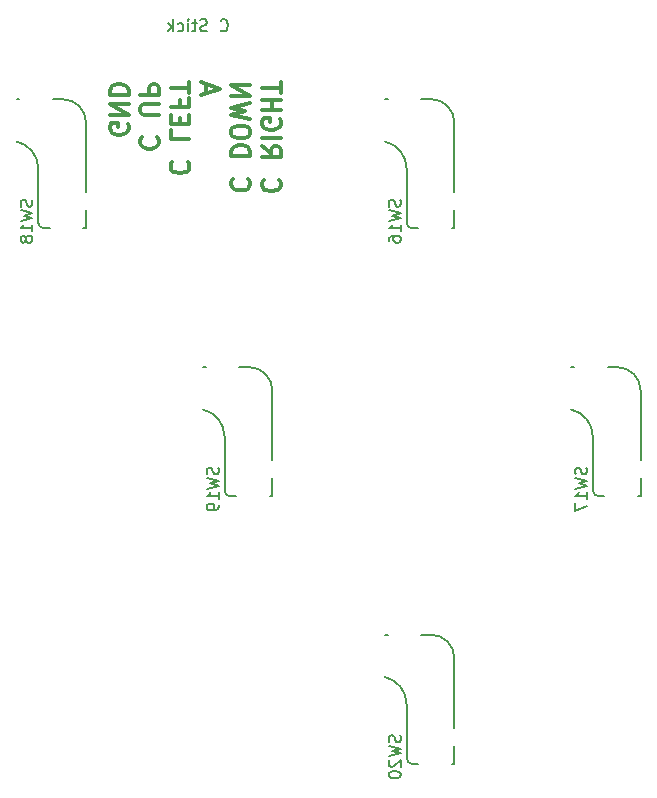
<source format=gbr>
%TF.GenerationSoftware,KiCad,Pcbnew,(6.0.7)*%
%TF.CreationDate,2023-01-05T19:36:49-06:00*%
%TF.ProjectId,OpenRectangle,4f70656e-5265-4637-9461-6e676c652e6b,rev?*%
%TF.SameCoordinates,Original*%
%TF.FileFunction,Legend,Bot*%
%TF.FilePolarity,Positive*%
%FSLAX46Y46*%
G04 Gerber Fmt 4.6, Leading zero omitted, Abs format (unit mm)*
G04 Created by KiCad (PCBNEW (6.0.7)) date 2023-01-05 19:36:49*
%MOMM*%
%LPD*%
G01*
G04 APERTURE LIST*
%ADD10C,0.300000*%
%ADD11C,0.150000*%
G04 APERTURE END LIST*
D10*
X288728671Y-42546552D02*
X288652480Y-42622742D01*
X288576290Y-42851314D01*
X288576290Y-43003695D01*
X288652480Y-43232266D01*
X288804861Y-43384647D01*
X288957242Y-43460838D01*
X289262004Y-43537028D01*
X289490576Y-43537028D01*
X289795338Y-43460838D01*
X289947719Y-43384647D01*
X290100100Y-43232266D01*
X290176290Y-43003695D01*
X290176290Y-42851314D01*
X290100100Y-42622742D01*
X290023909Y-42546552D01*
X288576290Y-39727504D02*
X289338195Y-40260838D01*
X288576290Y-40641790D02*
X290176290Y-40641790D01*
X290176290Y-40032266D01*
X290100100Y-39879885D01*
X290023909Y-39803695D01*
X289871528Y-39727504D01*
X289642957Y-39727504D01*
X289490576Y-39803695D01*
X289414385Y-39879885D01*
X289338195Y-40032266D01*
X289338195Y-40641790D01*
X288576290Y-39041790D02*
X290176290Y-39041790D01*
X290100100Y-37441790D02*
X290176290Y-37594171D01*
X290176290Y-37822742D01*
X290100100Y-38051314D01*
X289947719Y-38203695D01*
X289795338Y-38279885D01*
X289490576Y-38356076D01*
X289262004Y-38356076D01*
X288957242Y-38279885D01*
X288804861Y-38203695D01*
X288652480Y-38051314D01*
X288576290Y-37822742D01*
X288576290Y-37670361D01*
X288652480Y-37441790D01*
X288728671Y-37365600D01*
X289262004Y-37365600D01*
X289262004Y-37670361D01*
X288576290Y-36679885D02*
X290176290Y-36679885D01*
X289414385Y-36679885D02*
X289414385Y-35765600D01*
X288576290Y-35765600D02*
X290176290Y-35765600D01*
X290176290Y-35232266D02*
X290176290Y-34317980D01*
X288576290Y-34775123D02*
X290176290Y-34775123D01*
X286152671Y-42470361D02*
X286076480Y-42546552D01*
X286000290Y-42775123D01*
X286000290Y-42927504D01*
X286076480Y-43156076D01*
X286228861Y-43308457D01*
X286381242Y-43384647D01*
X286686004Y-43460838D01*
X286914576Y-43460838D01*
X287219338Y-43384647D01*
X287371719Y-43308457D01*
X287524100Y-43156076D01*
X287600290Y-42927504D01*
X287600290Y-42775123D01*
X287524100Y-42546552D01*
X287447909Y-42470361D01*
X286000290Y-40565600D02*
X287600290Y-40565600D01*
X287600290Y-40184647D01*
X287524100Y-39956076D01*
X287371719Y-39803695D01*
X287219338Y-39727504D01*
X286914576Y-39651314D01*
X286686004Y-39651314D01*
X286381242Y-39727504D01*
X286228861Y-39803695D01*
X286076480Y-39956076D01*
X286000290Y-40184647D01*
X286000290Y-40565600D01*
X287600290Y-38660838D02*
X287600290Y-38356076D01*
X287524100Y-38203695D01*
X287371719Y-38051314D01*
X287066957Y-37975123D01*
X286533623Y-37975123D01*
X286228861Y-38051314D01*
X286076480Y-38203695D01*
X286000290Y-38356076D01*
X286000290Y-38660838D01*
X286076480Y-38813219D01*
X286228861Y-38965600D01*
X286533623Y-39041790D01*
X287066957Y-39041790D01*
X287371719Y-38965600D01*
X287524100Y-38813219D01*
X287600290Y-38660838D01*
X287600290Y-37441790D02*
X286000290Y-37060838D01*
X287143147Y-36756076D01*
X286000290Y-36451314D01*
X287600290Y-36070361D01*
X286000290Y-35460838D02*
X287600290Y-35460838D01*
X286000290Y-34546552D01*
X287600290Y-34546552D01*
X283881433Y-35232266D02*
X283881433Y-34470361D01*
X283424290Y-35384647D02*
X285024290Y-34851314D01*
X283424290Y-34317980D01*
X281000671Y-41022742D02*
X280924480Y-41098933D01*
X280848290Y-41327504D01*
X280848290Y-41479885D01*
X280924480Y-41708457D01*
X281076861Y-41860838D01*
X281229242Y-41937028D01*
X281534004Y-42013219D01*
X281762576Y-42013219D01*
X282067338Y-41937028D01*
X282219719Y-41860838D01*
X282372100Y-41708457D01*
X282448290Y-41479885D01*
X282448290Y-41327504D01*
X282372100Y-41098933D01*
X282295909Y-41022742D01*
X280848290Y-38356076D02*
X280848290Y-39117980D01*
X282448290Y-39117980D01*
X281686385Y-37822742D02*
X281686385Y-37289409D01*
X280848290Y-37060838D02*
X280848290Y-37822742D01*
X282448290Y-37822742D01*
X282448290Y-37060838D01*
X281686385Y-35841790D02*
X281686385Y-36375123D01*
X280848290Y-36375123D02*
X282448290Y-36375123D01*
X282448290Y-35613219D01*
X282448290Y-35232266D02*
X282448290Y-34317980D01*
X280848290Y-34775123D02*
X282448290Y-34775123D01*
X278424671Y-38965600D02*
X278348480Y-39041790D01*
X278272290Y-39270361D01*
X278272290Y-39422742D01*
X278348480Y-39651314D01*
X278500861Y-39803695D01*
X278653242Y-39879885D01*
X278958004Y-39956076D01*
X279186576Y-39956076D01*
X279491338Y-39879885D01*
X279643719Y-39803695D01*
X279796100Y-39651314D01*
X279872290Y-39422742D01*
X279872290Y-39270361D01*
X279796100Y-39041790D01*
X279719909Y-38965600D01*
X279872290Y-37060838D02*
X278577052Y-37060838D01*
X278424671Y-36984647D01*
X278348480Y-36908457D01*
X278272290Y-36756076D01*
X278272290Y-36451314D01*
X278348480Y-36298933D01*
X278424671Y-36222742D01*
X278577052Y-36146552D01*
X279872290Y-36146552D01*
X278272290Y-35384647D02*
X279872290Y-35384647D01*
X279872290Y-34775123D01*
X279796100Y-34622742D01*
X279719909Y-34546552D01*
X279567528Y-34470361D01*
X279338957Y-34470361D01*
X279186576Y-34546552D01*
X279110385Y-34622742D01*
X279034195Y-34775123D01*
X279034195Y-35384647D01*
X277220100Y-37822742D02*
X277296290Y-37975123D01*
X277296290Y-38203695D01*
X277220100Y-38432266D01*
X277067719Y-38584647D01*
X276915338Y-38660838D01*
X276610576Y-38737028D01*
X276382004Y-38737028D01*
X276077242Y-38660838D01*
X275924861Y-38584647D01*
X275772480Y-38432266D01*
X275696290Y-38203695D01*
X275696290Y-38051314D01*
X275772480Y-37822742D01*
X275848671Y-37746552D01*
X276382004Y-37746552D01*
X276382004Y-38051314D01*
X275696290Y-37060838D02*
X277296290Y-37060838D01*
X275696290Y-36146552D01*
X277296290Y-36146552D01*
X275696290Y-35384647D02*
X277296290Y-35384647D01*
X277296290Y-35003695D01*
X277220100Y-34775123D01*
X277067719Y-34622742D01*
X276915338Y-34546552D01*
X276610576Y-34470361D01*
X276382004Y-34470361D01*
X276077242Y-34546552D01*
X275924861Y-34622742D01*
X275772480Y-34775123D01*
X275696290Y-35003695D01*
X275696290Y-35384647D01*
D11*
%TO.C,SW18*%
X269106995Y-44249576D02*
X269154614Y-44392433D01*
X269154614Y-44630528D01*
X269106995Y-44725766D01*
X269059376Y-44773385D01*
X268964138Y-44821004D01*
X268868900Y-44821004D01*
X268773662Y-44773385D01*
X268726043Y-44725766D01*
X268678424Y-44630528D01*
X268630805Y-44440052D01*
X268583186Y-44344814D01*
X268535567Y-44297195D01*
X268440329Y-44249576D01*
X268345091Y-44249576D01*
X268249853Y-44297195D01*
X268202234Y-44344814D01*
X268154614Y-44440052D01*
X268154614Y-44678147D01*
X268202234Y-44821004D01*
X268154614Y-45154338D02*
X269154614Y-45392433D01*
X268440329Y-45582909D01*
X269154614Y-45773385D01*
X268154614Y-46011480D01*
X269154614Y-46916242D02*
X269154614Y-46344814D01*
X269154614Y-46630528D02*
X268154614Y-46630528D01*
X268297472Y-46535290D01*
X268392710Y-46440052D01*
X268440329Y-46344814D01*
X268583186Y-47487671D02*
X268535567Y-47392433D01*
X268487948Y-47344814D01*
X268392710Y-47297195D01*
X268345091Y-47297195D01*
X268249853Y-47344814D01*
X268202234Y-47392433D01*
X268154614Y-47487671D01*
X268154614Y-47678147D01*
X268202234Y-47773385D01*
X268249853Y-47821004D01*
X268345091Y-47868623D01*
X268392710Y-47868623D01*
X268487948Y-47821004D01*
X268535567Y-47773385D01*
X268583186Y-47678147D01*
X268583186Y-47487671D01*
X268630805Y-47392433D01*
X268678424Y-47344814D01*
X268773662Y-47297195D01*
X268964138Y-47297195D01*
X269059376Y-47344814D01*
X269106995Y-47392433D01*
X269154614Y-47487671D01*
X269154614Y-47678147D01*
X269106995Y-47773385D01*
X269059376Y-47821004D01*
X268964138Y-47868623D01*
X268773662Y-47868623D01*
X268678424Y-47821004D01*
X268630805Y-47773385D01*
X268583186Y-47678147D01*
%TO.C,SW16*%
X300291995Y-44249576D02*
X300339614Y-44392433D01*
X300339614Y-44630528D01*
X300291995Y-44725766D01*
X300244376Y-44773385D01*
X300149138Y-44821004D01*
X300053900Y-44821004D01*
X299958662Y-44773385D01*
X299911043Y-44725766D01*
X299863424Y-44630528D01*
X299815805Y-44440052D01*
X299768186Y-44344814D01*
X299720567Y-44297195D01*
X299625329Y-44249576D01*
X299530091Y-44249576D01*
X299434853Y-44297195D01*
X299387234Y-44344814D01*
X299339614Y-44440052D01*
X299339614Y-44678147D01*
X299387234Y-44821004D01*
X299339614Y-45154338D02*
X300339614Y-45392433D01*
X299625329Y-45582909D01*
X300339614Y-45773385D01*
X299339614Y-46011480D01*
X300339614Y-46916242D02*
X300339614Y-46344814D01*
X300339614Y-46630528D02*
X299339614Y-46630528D01*
X299482472Y-46535290D01*
X299577710Y-46440052D01*
X299625329Y-46344814D01*
X299339614Y-47773385D02*
X299339614Y-47582909D01*
X299387234Y-47487671D01*
X299434853Y-47440052D01*
X299577710Y-47344814D01*
X299768186Y-47297195D01*
X300149138Y-47297195D01*
X300244376Y-47344814D01*
X300291995Y-47392433D01*
X300339614Y-47487671D01*
X300339614Y-47678147D01*
X300291995Y-47773385D01*
X300244376Y-47821004D01*
X300149138Y-47868623D01*
X299911043Y-47868623D01*
X299815805Y-47821004D01*
X299768186Y-47773385D01*
X299720567Y-47678147D01*
X299720567Y-47487671D01*
X299768186Y-47392433D01*
X299815805Y-47344814D01*
X299911043Y-47297195D01*
%TO.C,SW17*%
X316061995Y-66936576D02*
X316109614Y-67079433D01*
X316109614Y-67317528D01*
X316061995Y-67412766D01*
X316014376Y-67460385D01*
X315919138Y-67508004D01*
X315823900Y-67508004D01*
X315728662Y-67460385D01*
X315681043Y-67412766D01*
X315633424Y-67317528D01*
X315585805Y-67127052D01*
X315538186Y-67031814D01*
X315490567Y-66984195D01*
X315395329Y-66936576D01*
X315300091Y-66936576D01*
X315204853Y-66984195D01*
X315157234Y-67031814D01*
X315109614Y-67127052D01*
X315109614Y-67365147D01*
X315157234Y-67508004D01*
X315109614Y-67841338D02*
X316109614Y-68079433D01*
X315395329Y-68269909D01*
X316109614Y-68460385D01*
X315109614Y-68698480D01*
X316109614Y-69603242D02*
X316109614Y-69031814D01*
X316109614Y-69317528D02*
X315109614Y-69317528D01*
X315252472Y-69222290D01*
X315347710Y-69127052D01*
X315395329Y-69031814D01*
X315109614Y-69936576D02*
X315109614Y-70603242D01*
X316109614Y-70174671D01*
%TO.C,J4*%
X285084861Y-29887742D02*
X285132480Y-29935361D01*
X285275338Y-29982980D01*
X285370576Y-29982980D01*
X285513433Y-29935361D01*
X285608671Y-29840123D01*
X285656290Y-29744885D01*
X285703909Y-29554409D01*
X285703909Y-29411552D01*
X285656290Y-29221076D01*
X285608671Y-29125838D01*
X285513433Y-29030600D01*
X285370576Y-28982980D01*
X285275338Y-28982980D01*
X285132480Y-29030600D01*
X285084861Y-29078219D01*
X283942004Y-29935361D02*
X283799147Y-29982980D01*
X283561052Y-29982980D01*
X283465814Y-29935361D01*
X283418195Y-29887742D01*
X283370576Y-29792504D01*
X283370576Y-29697266D01*
X283418195Y-29602028D01*
X283465814Y-29554409D01*
X283561052Y-29506790D01*
X283751528Y-29459171D01*
X283846766Y-29411552D01*
X283894385Y-29363933D01*
X283942004Y-29268695D01*
X283942004Y-29173457D01*
X283894385Y-29078219D01*
X283846766Y-29030600D01*
X283751528Y-28982980D01*
X283513433Y-28982980D01*
X283370576Y-29030600D01*
X283084861Y-29316314D02*
X282703909Y-29316314D01*
X282942004Y-28982980D02*
X282942004Y-29840123D01*
X282894385Y-29935361D01*
X282799147Y-29982980D01*
X282703909Y-29982980D01*
X282370576Y-29982980D02*
X282370576Y-29316314D01*
X282370576Y-28982980D02*
X282418195Y-29030600D01*
X282370576Y-29078219D01*
X282322957Y-29030600D01*
X282370576Y-28982980D01*
X282370576Y-29078219D01*
X281465814Y-29935361D02*
X281561052Y-29982980D01*
X281751528Y-29982980D01*
X281846766Y-29935361D01*
X281894385Y-29887742D01*
X281942004Y-29792504D01*
X281942004Y-29506790D01*
X281894385Y-29411552D01*
X281846766Y-29363933D01*
X281751528Y-29316314D01*
X281561052Y-29316314D01*
X281465814Y-29363933D01*
X281037242Y-29982980D02*
X281037242Y-28982980D01*
X280942004Y-29602028D02*
X280656290Y-29982980D01*
X280656290Y-29316314D02*
X281037242Y-29697266D01*
%TO.C,SW19*%
X284876995Y-66936576D02*
X284924614Y-67079433D01*
X284924614Y-67317528D01*
X284876995Y-67412766D01*
X284829376Y-67460385D01*
X284734138Y-67508004D01*
X284638900Y-67508004D01*
X284543662Y-67460385D01*
X284496043Y-67412766D01*
X284448424Y-67317528D01*
X284400805Y-67127052D01*
X284353186Y-67031814D01*
X284305567Y-66984195D01*
X284210329Y-66936576D01*
X284115091Y-66936576D01*
X284019853Y-66984195D01*
X283972234Y-67031814D01*
X283924614Y-67127052D01*
X283924614Y-67365147D01*
X283972234Y-67508004D01*
X283924614Y-67841338D02*
X284924614Y-68079433D01*
X284210329Y-68269909D01*
X284924614Y-68460385D01*
X283924614Y-68698480D01*
X284924614Y-69603242D02*
X284924614Y-69031814D01*
X284924614Y-69317528D02*
X283924614Y-69317528D01*
X284067472Y-69222290D01*
X284162710Y-69127052D01*
X284210329Y-69031814D01*
X284924614Y-70079433D02*
X284924614Y-70269909D01*
X284876995Y-70365147D01*
X284829376Y-70412766D01*
X284686519Y-70508004D01*
X284496043Y-70555623D01*
X284115091Y-70555623D01*
X284019853Y-70508004D01*
X283972234Y-70460385D01*
X283924614Y-70365147D01*
X283924614Y-70174671D01*
X283972234Y-70079433D01*
X284019853Y-70031814D01*
X284115091Y-69984195D01*
X284353186Y-69984195D01*
X284448424Y-70031814D01*
X284496043Y-70079433D01*
X284543662Y-70174671D01*
X284543662Y-70365147D01*
X284496043Y-70460385D01*
X284448424Y-70508004D01*
X284353186Y-70555623D01*
%TO.C,SW20*%
X300291995Y-89593576D02*
X300339614Y-89736433D01*
X300339614Y-89974528D01*
X300291995Y-90069766D01*
X300244376Y-90117385D01*
X300149138Y-90165004D01*
X300053900Y-90165004D01*
X299958662Y-90117385D01*
X299911043Y-90069766D01*
X299863424Y-89974528D01*
X299815805Y-89784052D01*
X299768186Y-89688814D01*
X299720567Y-89641195D01*
X299625329Y-89593576D01*
X299530091Y-89593576D01*
X299434853Y-89641195D01*
X299387234Y-89688814D01*
X299339614Y-89784052D01*
X299339614Y-90022147D01*
X299387234Y-90165004D01*
X299339614Y-90498338D02*
X300339614Y-90736433D01*
X299625329Y-90926909D01*
X300339614Y-91117385D01*
X299339614Y-91355480D01*
X299434853Y-91688814D02*
X299387234Y-91736433D01*
X299339614Y-91831671D01*
X299339614Y-92069766D01*
X299387234Y-92165004D01*
X299434853Y-92212623D01*
X299530091Y-92260242D01*
X299625329Y-92260242D01*
X299768186Y-92212623D01*
X300339614Y-91641195D01*
X300339614Y-92260242D01*
X299339614Y-92879290D02*
X299339614Y-92974528D01*
X299387234Y-93069766D01*
X299434853Y-93117385D01*
X299530091Y-93165004D01*
X299720567Y-93212623D01*
X299958662Y-93212623D01*
X300149138Y-93165004D01*
X300244376Y-93117385D01*
X300291995Y-93069766D01*
X300339614Y-92974528D01*
X300339614Y-92879290D01*
X300291995Y-92784052D01*
X300244376Y-92736433D01*
X300149138Y-92688814D01*
X299958662Y-92641195D01*
X299720567Y-92641195D01*
X299530091Y-92688814D01*
X299434853Y-92736433D01*
X299387234Y-92784052D01*
X299339614Y-92879290D01*
%TO.C,SW18*%
X270902454Y-35723924D02*
X271702454Y-35723924D01*
X270622454Y-46673924D02*
X270152454Y-46673924D01*
X273702454Y-46673924D02*
X273472454Y-46673924D01*
X273702454Y-45123924D02*
X273702454Y-46673924D01*
X269652454Y-46173924D02*
X269652454Y-41609100D01*
X268052454Y-35723924D02*
X267812454Y-35723924D01*
X273702454Y-37723924D02*
X273702454Y-43623924D01*
X269652454Y-41609100D02*
G75*
G03*
X267812454Y-39314778I-2349332J866D01*
G01*
X269652454Y-46173924D02*
G75*
G03*
X270152454Y-46673924I500001J1D01*
G01*
X273702454Y-37723924D02*
G75*
G03*
X271702454Y-35723924I-2000004J-4D01*
G01*
%TO.C,SW16*%
X302087454Y-35723924D02*
X302887454Y-35723924D01*
X300837454Y-46173924D02*
X300837454Y-41609100D01*
X304887454Y-45123924D02*
X304887454Y-46673924D01*
X304887454Y-46673924D02*
X304657454Y-46673924D01*
X301807454Y-46673924D02*
X301337454Y-46673924D01*
X299237454Y-35723924D02*
X298997454Y-35723924D01*
X304887454Y-37723924D02*
X304887454Y-43623924D01*
X300837454Y-46173924D02*
G75*
G03*
X301337454Y-46673924I500001J1D01*
G01*
X304887454Y-37723924D02*
G75*
G03*
X302887454Y-35723924I-2000004J-4D01*
G01*
X300837454Y-41609100D02*
G75*
G03*
X298997454Y-39314778I-2349332J866D01*
G01*
%TO.C,SW17*%
X320657454Y-60410924D02*
X320657454Y-66310924D01*
X320657454Y-69360924D02*
X320427454Y-69360924D01*
X317857454Y-58410924D02*
X318657454Y-58410924D01*
X317577454Y-69360924D02*
X317107454Y-69360924D01*
X316607454Y-68860924D02*
X316607454Y-64296100D01*
X315007454Y-58410924D02*
X314767454Y-58410924D01*
X320657454Y-67810924D02*
X320657454Y-69360924D01*
X320657454Y-60410924D02*
G75*
G03*
X318657454Y-58410924I-2000004J-4D01*
G01*
X316607454Y-64296100D02*
G75*
G03*
X314767454Y-62001778I-2349332J866D01*
G01*
X316607454Y-68860924D02*
G75*
G03*
X317107454Y-69360924I500001J1D01*
G01*
%TO.C,SW19*%
X289472454Y-60410924D02*
X289472454Y-66310924D01*
X289472454Y-67810924D02*
X289472454Y-69360924D01*
X286392454Y-69360924D02*
X285922454Y-69360924D01*
X286672454Y-58410924D02*
X287472454Y-58410924D01*
X283822454Y-58410924D02*
X283582454Y-58410924D01*
X285422454Y-68860924D02*
X285422454Y-64296100D01*
X289472454Y-69360924D02*
X289242454Y-69360924D01*
X285422454Y-68860924D02*
G75*
G03*
X285922454Y-69360924I500001J1D01*
G01*
X289472454Y-60410924D02*
G75*
G03*
X287472454Y-58410924I-2000004J-4D01*
G01*
X285422454Y-64296100D02*
G75*
G03*
X283582454Y-62001778I-2349332J866D01*
G01*
%TO.C,SW20*%
X301807454Y-92017924D02*
X301337454Y-92017924D01*
X304887454Y-92017924D02*
X304657454Y-92017924D01*
X304887454Y-83067924D02*
X304887454Y-88967924D01*
X302087454Y-81067924D02*
X302887454Y-81067924D01*
X300837454Y-91517924D02*
X300837454Y-86953100D01*
X304887454Y-90467924D02*
X304887454Y-92017924D01*
X299237454Y-81067924D02*
X298997454Y-81067924D01*
X304887454Y-83067924D02*
G75*
G03*
X302887454Y-81067924I-2000004J-4D01*
G01*
X300837454Y-91517924D02*
G75*
G03*
X301337454Y-92017924I500001J1D01*
G01*
X300837454Y-86953100D02*
G75*
G03*
X298997454Y-84658778I-2349332J866D01*
G01*
%TD*%
M02*

</source>
